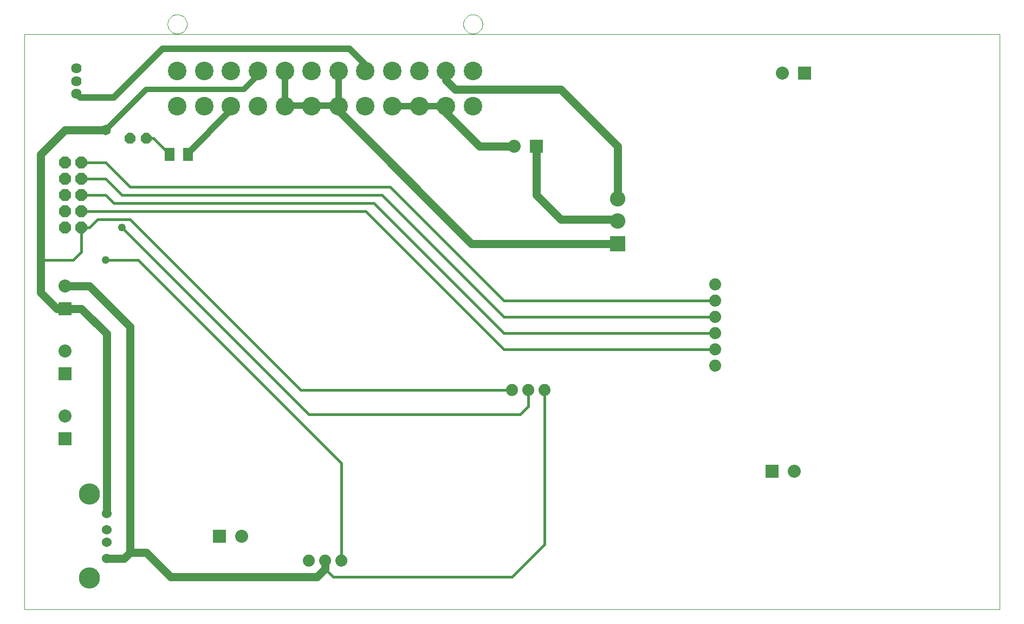
<source format=gtl>
G75*
G70*
%OFA0B0*%
%FSLAX24Y24*%
%IPPOS*%
%LPD*%
%AMOC8*
5,1,8,0,0,1.08239X$1,22.5*
%
%ADD10C,0.0000*%
%ADD11C,0.0740*%
%ADD12R,0.0950X0.0950*%
%ADD13C,0.0950*%
%ADD14R,0.0800X0.0800*%
%ADD15C,0.0800*%
%ADD16OC8,0.0740*%
%ADD17C,0.0640*%
%ADD18C,0.1306*%
%ADD19C,0.0602*%
%ADD20C,0.1142*%
%ADD21OC8,0.0660*%
%ADD22R,0.0630X0.0787*%
%ADD23C,0.0160*%
%ADD24C,0.0476*%
%ADD25C,0.0400*%
%ADD26C,0.0500*%
%ADD27C,0.0320*%
%ADD28C,0.0650*%
D10*
X001132Y000100D02*
X001132Y035470D01*
X061124Y035470D01*
X061124Y000100D01*
X001132Y000100D01*
X009946Y036100D02*
X009948Y036148D01*
X009954Y036196D01*
X009964Y036243D01*
X009977Y036289D01*
X009995Y036334D01*
X010015Y036378D01*
X010040Y036420D01*
X010068Y036459D01*
X010098Y036496D01*
X010132Y036530D01*
X010169Y036562D01*
X010207Y036591D01*
X010248Y036616D01*
X010291Y036638D01*
X010336Y036656D01*
X010382Y036670D01*
X010429Y036681D01*
X010477Y036688D01*
X010525Y036691D01*
X010573Y036690D01*
X010621Y036685D01*
X010669Y036676D01*
X010715Y036664D01*
X010760Y036647D01*
X010804Y036627D01*
X010846Y036604D01*
X010886Y036577D01*
X010924Y036547D01*
X010959Y036514D01*
X010991Y036478D01*
X011021Y036440D01*
X011047Y036399D01*
X011069Y036356D01*
X011089Y036312D01*
X011104Y036267D01*
X011116Y036220D01*
X011124Y036172D01*
X011128Y036124D01*
X011128Y036076D01*
X011124Y036028D01*
X011116Y035980D01*
X011104Y035933D01*
X011089Y035888D01*
X011069Y035844D01*
X011047Y035801D01*
X011021Y035760D01*
X010991Y035722D01*
X010959Y035686D01*
X010924Y035653D01*
X010886Y035623D01*
X010846Y035596D01*
X010804Y035573D01*
X010760Y035553D01*
X010715Y035536D01*
X010669Y035524D01*
X010621Y035515D01*
X010573Y035510D01*
X010525Y035509D01*
X010477Y035512D01*
X010429Y035519D01*
X010382Y035530D01*
X010336Y035544D01*
X010291Y035562D01*
X010248Y035584D01*
X010207Y035609D01*
X010169Y035638D01*
X010132Y035670D01*
X010098Y035704D01*
X010068Y035741D01*
X010040Y035780D01*
X010015Y035822D01*
X009995Y035866D01*
X009977Y035911D01*
X009964Y035957D01*
X009954Y036004D01*
X009948Y036052D01*
X009946Y036100D01*
X028135Y036100D02*
X028137Y036148D01*
X028143Y036196D01*
X028153Y036243D01*
X028166Y036289D01*
X028184Y036334D01*
X028204Y036378D01*
X028229Y036420D01*
X028257Y036459D01*
X028287Y036496D01*
X028321Y036530D01*
X028358Y036562D01*
X028396Y036591D01*
X028437Y036616D01*
X028480Y036638D01*
X028525Y036656D01*
X028571Y036670D01*
X028618Y036681D01*
X028666Y036688D01*
X028714Y036691D01*
X028762Y036690D01*
X028810Y036685D01*
X028858Y036676D01*
X028904Y036664D01*
X028949Y036647D01*
X028993Y036627D01*
X029035Y036604D01*
X029075Y036577D01*
X029113Y036547D01*
X029148Y036514D01*
X029180Y036478D01*
X029210Y036440D01*
X029236Y036399D01*
X029258Y036356D01*
X029278Y036312D01*
X029293Y036267D01*
X029305Y036220D01*
X029313Y036172D01*
X029317Y036124D01*
X029317Y036076D01*
X029313Y036028D01*
X029305Y035980D01*
X029293Y035933D01*
X029278Y035888D01*
X029258Y035844D01*
X029236Y035801D01*
X029210Y035760D01*
X029180Y035722D01*
X029148Y035686D01*
X029113Y035653D01*
X029075Y035623D01*
X029035Y035596D01*
X028993Y035573D01*
X028949Y035553D01*
X028904Y035536D01*
X028858Y035524D01*
X028810Y035515D01*
X028762Y035510D01*
X028714Y035509D01*
X028666Y035512D01*
X028618Y035519D01*
X028571Y035530D01*
X028525Y035544D01*
X028480Y035562D01*
X028437Y035584D01*
X028396Y035609D01*
X028358Y035638D01*
X028321Y035670D01*
X028287Y035704D01*
X028257Y035741D01*
X028229Y035780D01*
X028204Y035822D01*
X028184Y035866D01*
X028166Y035911D01*
X028153Y035957D01*
X028143Y036004D01*
X028137Y036052D01*
X028135Y036100D01*
D11*
X043632Y020100D03*
X043632Y019100D03*
X043632Y018100D03*
X043632Y017100D03*
X043632Y016100D03*
X043632Y015100D03*
X033132Y013600D03*
X032132Y013600D03*
X031132Y013600D03*
X020632Y003100D03*
X019632Y003100D03*
X018632Y003100D03*
D12*
X037632Y022600D03*
D13*
X037632Y023978D03*
X037632Y025356D03*
D14*
X032632Y028600D03*
X049132Y033100D03*
X047132Y008600D03*
X013132Y004600D03*
X003632Y010600D03*
X003632Y014600D03*
X003632Y018600D03*
D15*
X003632Y019978D03*
X003632Y015978D03*
X003632Y011978D03*
X014510Y004600D03*
X048510Y008600D03*
X031254Y028600D03*
X047754Y033100D03*
D16*
X004632Y027600D03*
X003632Y027600D03*
X003632Y026600D03*
X004632Y026600D03*
X004632Y025600D03*
X003632Y025600D03*
X003632Y024600D03*
X004632Y024600D03*
X004632Y023600D03*
X003632Y023600D03*
D17*
X004348Y031813D03*
X004348Y032600D03*
X004348Y033387D03*
D18*
X005132Y007187D03*
X005132Y002013D03*
D19*
X006195Y003222D03*
X006195Y004206D03*
X006195Y004994D03*
X006195Y005978D03*
D20*
X010537Y031061D03*
X012191Y031061D03*
X013844Y031061D03*
X015498Y031061D03*
X017152Y031061D03*
X018805Y031061D03*
X020459Y031061D03*
X022112Y031061D03*
X023766Y031061D03*
X025419Y031061D03*
X027073Y031061D03*
X028726Y031061D03*
X028726Y033226D03*
X027073Y033226D03*
X025419Y033226D03*
X023766Y033226D03*
X022112Y033226D03*
X020459Y033226D03*
X018805Y033226D03*
X017152Y033226D03*
X015498Y033226D03*
X013844Y033226D03*
X012191Y033226D03*
X010537Y033226D03*
D21*
X008632Y029100D03*
X007632Y029100D03*
D22*
X010081Y028100D03*
X011183Y028100D03*
D23*
X010081Y028100D02*
X009081Y029100D01*
X008632Y029100D01*
X006132Y027600D02*
X004632Y027600D01*
X004632Y026600D02*
X006132Y026600D01*
X007132Y025600D01*
X023132Y025600D01*
X030632Y018100D01*
X043632Y018100D01*
X043632Y019100D02*
X030632Y019100D01*
X023632Y026100D01*
X007632Y026100D01*
X006132Y027600D01*
X006132Y025600D02*
X004632Y025600D01*
X004632Y024600D02*
X022132Y024600D01*
X030632Y016100D01*
X043632Y016100D01*
X043632Y017100D02*
X030632Y017100D01*
X022632Y025100D01*
X006632Y025100D01*
X006132Y025600D01*
X005632Y024100D02*
X005132Y023600D01*
X004632Y023600D01*
X004632Y022100D01*
X004132Y021600D01*
X002132Y021600D01*
X005632Y024100D02*
X007632Y024100D01*
X018132Y013600D01*
X031132Y013600D01*
X032132Y013600D02*
X032132Y012600D01*
X031632Y012100D01*
X018632Y012100D01*
X007132Y023600D01*
X008132Y021600D02*
X006132Y021600D01*
X008132Y021600D02*
X020632Y009100D01*
X020632Y003100D01*
X020132Y002100D02*
X019632Y002600D01*
X020132Y002100D02*
X031132Y002100D01*
X033132Y004100D01*
X033132Y013600D01*
D24*
X020459Y030773D03*
X007132Y023600D03*
X006132Y021600D03*
D25*
X011132Y028100D02*
X011183Y028100D01*
X011132Y028100D02*
X013844Y030813D01*
X013844Y031061D01*
X017152Y031061D02*
X017152Y033226D01*
X020459Y033226D02*
X020459Y031061D01*
X020419Y031100D01*
X019132Y031100D01*
X019093Y031061D01*
X018805Y031061D01*
X018766Y031100D01*
X017632Y031100D01*
X017593Y031061D01*
X017152Y031061D01*
X021132Y034600D02*
X022112Y033620D01*
X022112Y033226D01*
X021132Y034600D02*
X009632Y034600D01*
X006632Y031600D01*
X004561Y031600D01*
X004348Y031813D01*
X023766Y031061D02*
X025419Y031061D01*
X027073Y031061D01*
D26*
X027073Y030659D02*
X029132Y028600D01*
X031254Y028600D01*
X032632Y028600D02*
X032632Y025600D01*
X034132Y024100D01*
X037510Y024100D01*
X037632Y023978D01*
X037632Y025356D02*
X037632Y028600D01*
X034132Y032100D01*
X027632Y032100D01*
X027073Y032659D01*
X027073Y033226D01*
X020459Y031061D02*
X020459Y030773D01*
X028632Y022600D01*
X037632Y022600D01*
X010132Y002100D02*
X008632Y003600D01*
X007632Y003600D01*
X007632Y017478D01*
X005132Y019978D01*
X003632Y019978D01*
X003132Y018600D02*
X002132Y019600D01*
X002132Y021600D01*
X002132Y028100D01*
X003632Y029600D01*
X006132Y029600D01*
X004632Y018600D02*
X003632Y018600D01*
X003132Y018600D01*
X004632Y018600D02*
X006195Y017037D01*
X006195Y005978D01*
X007632Y003600D02*
X007254Y003222D01*
X006195Y003222D01*
X010132Y002100D02*
X019132Y002100D01*
X019632Y002600D01*
X019632Y003100D01*
D27*
X006132Y029600D02*
X008632Y032100D01*
X014632Y032100D01*
X015498Y032966D01*
X015498Y033226D01*
X027073Y031061D02*
X027073Y030659D01*
D28*
X006132Y029600D03*
M02*

</source>
